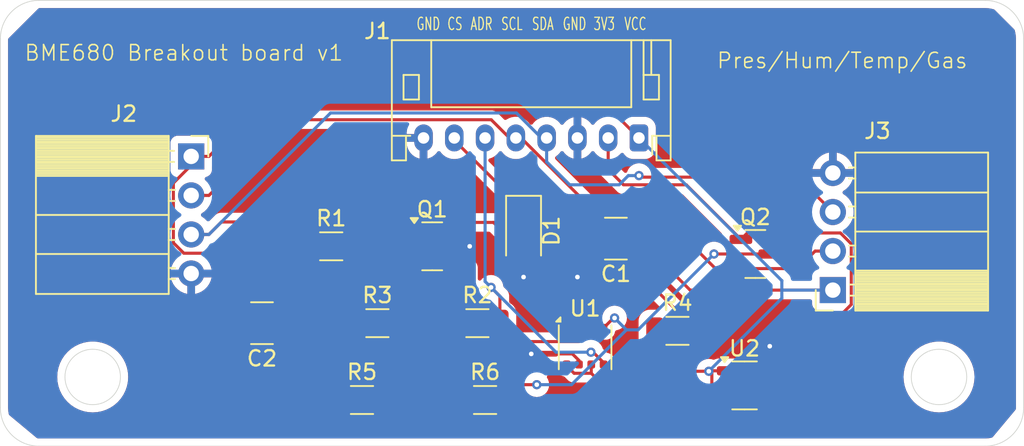
<source format=kicad_pcb>
(kicad_pcb (version 20240108) (generator "pcbnew") (generator_version "8.0")
  (layers (0 "F.Cu" signal) (31 "B.Cu" signal) (34 "B.Paste" user) (35 "F.Paste" user) (36 "B.SilkS" user "B.Silkscreen") (37 "F.SilkS" user "F.Silkscreen") (38 "B.Mask" user) (39 "F.Mask" user) (44 "Edge.Cuts" user))
  (net 0 "")
  (net 1 "VCC")
  (net 2 "GND")
  (net 3 "+3.3V")
  (net 4 "/CS")
  (net 5 "/CS_3V")
  (net 6 "/SCK{slash}SCL")
  (net 7 "/SDI{slash}SDA")
  (net 8 "/SDO{slash}ADR")
  (net 9 "/SDA_3V")
  (net 10 "/SCL_3V")
  (footprint "Package_TO_SOT_SMD:SOT-23" (layer "F.Cu") (at 153.0625 67)
    (property "Reference" "Q2" (at 0 -2.4 0) (layer "F.SilkS"))
    (property "Value" "2N7002")
    (fp_line (start 0 -1.56) (end -0.65 -1.56) (stroke (width 0.12)) (layer "F.SilkS"))
    (fp_line (start 0 -1.56) (end 0.65 -1.56) (stroke (width 0.12)) (layer "F.SilkS"))
    (fp_line (start 0 1.56) (end -0.65 1.56) (stroke (width 0.12)) (layer "F.SilkS"))
    (fp_line (start 0 1.56) (end 0.65 1.56) (stroke (width 0.12)) (layer "F.SilkS"))
    (fp_poly (pts (xy -1.1625 -1.51) (xy -1.4025 -1.84) (xy -0.9225 -1.84) (xy -1.1625 -1.51)) (stroke (width 0.12)) (fill solid) (layer "F.SilkS"))
    (pad "1" smd roundrect (at -0.9375 -0.95) (size 1.475 0.6) (layers "F.Cu" "F.Paste" "F.Mask") (net 3 "+3.3V"))
    (pad "2" smd roundrect (at -0.9375 0.95) (size 1.475 0.6) (layers "F.Cu" "F.Paste" "F.Mask") (net 6 "/SCK{slash}SCL"))
    (pad "3" smd roundrect (at 0.9375 0) (size 1.475 0.6) (layers "F.Cu" "F.Paste" "F.Mask") (net 10 "/SCL_3V"))
  )
  (footprint "Resistor_SMD:R_1206_3216Metric" (layer "F.Cu") (at 127.5 76.5)
    (property "Reference" "R5" (at 0 -1.82 0) (layer "F.SilkS"))
    (property "Value" "10K")
    (fp_line (start -0.727064 -0.91) (end 0.727064 -0.91) (stroke (width 0.12)) (layer "F.SilkS"))
    (fp_line (start -0.727064 0.91) (end 0.727064 0.91) (stroke (width 0.12)) (layer "F.SilkS"))
    (pad "1" smd roundrect (at -1.4625 0) (size 1.125 1.75) (layers "F.Cu" "F.Paste" "F.Mask") (roundrect_rratio 0.222222) (net 3 "+3.3V"))
    (pad "2" smd roundrect (at 1.4625 0) (size 1.125 1.75) (layers "F.Cu" "F.Paste" "F.Mask") (roundrect_rratio 0.222222) (net 9 "/SDA_3V"))
  )
  (footprint "Resistor_SMD:R_1206_3216Metric" (layer "F.Cu") (at 135 71.5)
    (property "Reference" "R2" (at 0 -1.82 0) (layer "F.SilkS"))
    (property "Value" "10K")
    (fp_line (start -0.727064 -0.91) (end 0.727064 -0.91) (stroke (width 0.12)) (layer "F.SilkS"))
    (fp_line (start -0.727064 0.91) (end 0.727064 0.91) (stroke (width 0.12)) (layer "F.SilkS"))
    (pad "1" smd roundrect (at -1.4625 0) (size 1.125 1.75) (layers "F.Cu" "F.Paste" "F.Mask") (roundrect_rratio 0.222222) (net 3 "+3.3V"))
    (pad "2" smd roundrect (at 1.4625 0) (size 1.125 1.75) (layers "F.Cu" "F.Paste" "F.Mask") (roundrect_rratio 0.222222) (net 8 "/SDO{slash}ADR"))
  )
  (footprint "Package_TO_SOT_SMD:SOT-23" (layer "F.Cu") (at 132.0625 66.5)
    (property "Reference" "Q1" (at 0 -2.4 0) (layer "F.SilkS"))
    (property "Value" "2N7002")
    (fp_line (start 0 -1.56) (end -0.65 -1.56) (stroke (width 0.12)) (layer "F.SilkS"))
    (fp_line (start 0 -1.56) (end 0.65 -1.56) (stroke (width 0.12)) (layer "F.SilkS"))
    (fp_line (start 0 1.56) (end -0.65 1.56) (stroke (width 0.12)) (layer "F.SilkS"))
    (fp_line (start 0 1.56) (end 0.65 1.56) (stroke (width 0.12)) (layer "F.SilkS"))
    (fp_poly (pts (xy -1.1625 -1.51) (xy -1.4025 -1.84) (xy -0.9225 -1.84) (xy -1.1625 -1.51)) (stroke (width 0.12)) (fill solid) (layer "F.SilkS"))
    (pad "1" smd roundrect (at -0.9375 -0.95) (size 1.475 0.6) (layers "F.Cu" "F.Paste" "F.Mask") (net 3 "+3.3V"))
    (pad "2" smd roundrect (at -0.9375 0.95) (size 1.475 0.6) (layers "F.Cu" "F.Paste" "F.Mask") (net 7 "/SDI{slash}SDA"))
    (pad "3" smd roundrect (at 0.9375 0) (size 1.475 0.6) (layers "F.Cu" "F.Paste" "F.Mask") (net 9 "/SDA_3V"))
  )
  (footprint "Resistor_SMD:R_1206_3216Metric" (layer "F.Cu") (at 135.5 76.5)
    (property "Reference" "R6" (at 0 -1.82 0) (layer "F.SilkS"))
    (property "Value" "10K")
    (fp_line (start -0.727064 -0.91) (end 0.727064 -0.91) (stroke (width 0.12)) (layer "F.SilkS"))
    (fp_line (start -0.727064 0.91) (end 0.727064 0.91) (stroke (width 0.12)) (layer "F.SilkS"))
    (pad "1" smd roundrect (at -1.4625 0) (size 1.125 1.75) (layers "F.Cu" "F.Paste" "F.Mask") (roundrect_rratio 0.222222) (net 3 "+3.3V"))
    (pad "2" smd roundrect (at 1.4625 0) (size 1.125 1.75) (layers "F.Cu" "F.Paste" "F.Mask") (roundrect_rratio 0.222222) (net 10 "/SCL_3V"))
  )
  (footprint "Connector_PinSocket_2.54mm:PinSocket_1x04_P2.54mm_Horizontal" (layer "F.Cu") (at 116.4 60.65)
    (property "Reference" "J2" (at -4.38 -2.77 0) (layer "F.SilkS"))
    (property "Value" "Conn_01x04_Pin")
    (fp_line (start -10.09 -1.33) (end -10.09 8.95) (stroke (width 0.12)) (layer "F.SilkS"))
    (fp_line (start -10.09 -1.33) (end -1.46 -1.33) (stroke (width 0.12)) (layer "F.SilkS"))
    (fp_line (start -10.09 -1.21) (end -1.46 -1.21) (stroke (width 0.12)) (layer "F.SilkS"))
    (fp_line (start -10.09 -1.091905) (end -1.46 -1.091905) (stroke (width 0.12)) (layer "F.SilkS"))
    (fp_line (start -10.09 -0.97381) (end -1.46 -0.97381) (stroke (width 0.12)) (layer "F.SilkS"))
    (fp_line (start -10.09 -0.855715) (end -1.46 -0.855715) (stroke (width 0.12)) (layer "F.SilkS"))
    (fp_line (start -10.09 -0.73762) (end -1.46 -0.73762) (stroke (width 0.12)) (layer "F.SilkS"))
    (fp_line (start -10.09 -0.619525) (end -1.46 -0.619525) (stroke (width 0.12)) (layer "F.SilkS"))
    (fp_line (start -10.09 -0.50143) (end -1.46 -0.50143) (stroke (width 0.12)) (layer "F.SilkS"))
    (fp_line (start -10.09 -0.383335) (end -1.46 -0.383335) (stroke (width 0.12)) (layer "F.SilkS"))
    (fp_line (start -10.09 -0.26524) (end -1.46 -0.26524) (stroke (width 0.12)) (layer "F.SilkS"))
    (fp_line (start -10.09 -0.147145) (end -1.46 -0.147145) (stroke (width 0.12)) (layer "F.SilkS"))
    (fp_line (start -10.09 -0.02905) (end -1.46 -0.02905) (stroke (width 0.12)) (layer "F.SilkS"))
    (fp_line (start -10.09 0.089045) (end -1.46 0.089045) (stroke (width 0.12)) (layer "F.SilkS"))
    (fp_line (start -10.09 0.20714) (end -1.46 0.20714) (stroke (width 0.12)) (layer "F.SilkS"))
    (fp_line (start -10.09 0.325235) (end -1.46 0.325235) (stroke (width 0.12)) (layer "F.SilkS"))
    (fp_line (start -10.09 0.44333) (end -1.46 0.44333) (stroke (width 0.12)) (layer "F.SilkS"))
    (fp_line (start -10.09 0.561425) (end -1.46 0.561425) (stroke (width 0.12)) (layer "F.SilkS"))
    (fp_line (start -10.09 0.67952) (end -1.46 0.67952) (stroke (width 0.12)) (layer "F.SilkS"))
    (fp_line (start -10.09 0.797615) (end -1.46 0.797615) (stroke (width 0.12)) (layer "F.SilkS"))
    (fp_line (start -10.09 0.91571) (end -1.46 0.91571) (stroke (width 0.12)) (layer "F.SilkS"))
    (fp_line (start -10.09 1.033805) (end -1.46 1.033805) (stroke (width 0.12)) (layer "F.SilkS"))
    (fp_line (start -10.09 1.1519) (end -1.46 1.1519) (stroke (width 0.12)) (layer "F.SilkS"))
    (fp_line (start -10.09 1.27) (end -1.46 1.27) (stroke (width 0.12)) (layer "F.SilkS"))
    (fp_line (start -10.09 3.81) (end -1.46 3.81) (stroke (width 0.12)) (layer "F.SilkS"))
    (fp_line (start -10.09 6.35) (end -1.46 6.35) (stroke (width 0.12)) (layer "F.SilkS"))
    (fp_line (start -10.09 8.95) (end -1.46 8.95) (stroke (width 0.12)) (layer "F.SilkS"))
    (fp_line (start -1.46 -1.33) (end -1.46 8.95) (stroke (width 0.12)) (layer "F.SilkS"))
    (fp_line (start -1.46 -0.36) (end -1.11 -0.36) (stroke (width 0.12)) (layer "F.SilkS"))
    (fp_line (start -1.46 0.36) (end -1.11 0.36) (stroke (width 0.12)) (layer "F.SilkS"))
    (fp_line (start -1.46 2.18) (end -1.05 2.18) (stroke (width 0.12)) (layer "F.SilkS"))
    (fp_line (start -1.46 2.9) (end -1.05 2.9) (stroke (width 0.12)) (layer "F.SilkS"))
    (fp_line (start -1.46 4.72) (end -1.05 4.72) (stroke (width 0.12)) (layer "F.SilkS"))
    (fp_line (start -1.46 5.44) (end -1.05 5.44) (stroke (width 0.12)) (layer "F.SilkS"))
    (fp_line (start -1.46 7.26) (end -1.05 7.26) (stroke (width 0.12)) (layer "F.SilkS"))
    (fp_line (start -1.46 7.98) (end -1.05 7.98) (stroke (width 0.12)) (layer "F.SilkS"))
    (fp_line (start 0 -1.33) (end 1.11 -1.33) (stroke (width 0.12)) (layer "F.SilkS"))
    (fp_line (start 1.11 -1.33) (end 1.11 0) (stroke (width 0.12)) (layer "F.SilkS"))
    (pad "1" thru_hole rect (at 0 0) (size 1.7 1.7) (drill 1) (layers "*.Cu" "*.Mask") (net 1 "VCC"))
    (pad "2" thru_hole oval (at 0 2.54) (size 1.7 1.7) (drill 1) (layers "*.Cu" "*.Mask") (net 6 "/SCK{slash}SCL"))
    (pad "3" thru_hole oval (at 0 5.08) (size 1.7 1.7) (drill 1) (layers "*.Cu" "*.Mask") (net 7 "/SDI{slash}SDA"))
    (pad "4" thru_hole oval (at 0 7.62) (size 1.7 1.7) (drill 1) (layers "*.Cu" "*.Mask") (net 2 "GND"))
  )
  (footprint "Resistor_SMD:R_1206_3216Metric" (layer "F.Cu") (at 148 72)
    (property "Reference" "R4" (at 0 -1.82 0) (layer "F.SilkS"))
    (property "Value" "10K")
    (fp_line (start -0.727064 -0.91) (end 0.727064 -0.91) (stroke (width 0.12)) (layer "F.SilkS"))
    (fp_line (start -0.727064 0.91) (end 0.727064 0.91) (stroke (width 0.12)) (layer "F.SilkS"))
    (pad "1" smd roundrect (at -1.4625 0) (size 1.125 1.75) (layers "F.Cu" "F.Paste" "F.Mask") (roundrect_rratio 0.222222) (net 1 "VCC"))
    (pad "2" smd roundrect (at 1.4625 0) (size 1.125 1.75) (layers "F.Cu" "F.Paste" "F.Mask") (roundrect_rratio 0.222222) (net 6 "/SCK{slash}SCL"))
  )
  (footprint "Connector_JST:JST_PH_S8B-PH-K_1x08_P2.00mm_Horizontal" (layer "F.Cu") (at 145.5 59.45 180)
    (property "Reference" "J1" (at 17 6.95 0) (layer "F.SilkS"))
    (property "Value" "Conn_01x08_Pin")
    (fp_line (start 16.06 6.36) (end 16.06 -1.46) (stroke (width 0.12)) (layer "F.SilkS"))
    (fp_line (start 16.06 0.14) (end 15.14 0.14) (stroke (width 0.12)) (layer "F.SilkS"))
    (fp_line (start 16.06 -1.46) (end 15.14 -1.46) (stroke (width 0.12)) (layer "F.SilkS"))
    (fp_line (start 15.3 4.1) (end 14.3 4.1) (stroke (width 0.12)) (layer "F.SilkS"))
    (fp_line (start 15.3 2.5) (end 15.3 4.1) (stroke (width 0.12)) (layer "F.SilkS"))
    (fp_line (start 15.14 0.14) (end 14.86 0.14) (stroke (width 0.12)) (layer "F.SilkS"))
    (fp_line (start 15.14 -1.46) (end 15.14 0.14) (stroke (width 0.12)) (layer "F.SilkS"))
    (fp_line (start 14.3 4.1) (end 14.3 2.5) (stroke (width 0.12)) (layer "F.SilkS"))
    (fp_line (start 14.3 2.5) (end 15.3 2.5) (stroke (width 0.12)) (layer "F.SilkS"))
    (fp_line (start 13.5 2) (end 13.5 6.36) (stroke (width 0.12)) (layer "F.SilkS"))
    (fp_line (start 0.5 6.36) (end 0.5 2) (stroke (width 0.12)) (layer "F.SilkS"))
    (fp_line (start 0.5 2) (end 13.5 2) (stroke (width 0.12)) (layer "F.SilkS"))
    (fp_line (start -0.3 4.1) (end -0.3 6.36) (stroke (width 0.12)) (layer "F.SilkS"))
    (fp_line (start -0.3 4.1) (end -0.3 2.5) (stroke (width 0.12)) (layer "F.SilkS"))
    (fp_line (start -0.3 2.5) (end -1.3 2.5) (stroke (width 0.12)) (layer "F.SilkS"))
    (fp_line (start -0.8 4.1) (end -0.8 6.36) (stroke (width 0.12)) (layer "F.SilkS"))
    (fp_line (start -0.86 0.14) (end -0.86 -1.075) (stroke (width 0.12)) (layer "F.SilkS"))
    (fp_line (start -0.86 0.14) (end -1.14 0.14) (stroke (width 0.12)) (layer "F.SilkS"))
    (fp_line (start -1.14 0.14) (end -1.14 -1.46) (stroke (width 0.12)) (layer "F.SilkS"))
    (fp_line (start -1.14 -1.46) (end -2.06 -1.46) (stroke (width 0.12)) (layer "F.SilkS"))
    (fp_line (start -1.3 4.1) (end -0.3 4.1) (stroke (width 0.12)) (layer "F.SilkS"))
    (fp_line (start -1.3 2.5) (end -1.3 4.1) (stroke (width 0.12)) (layer "F.SilkS"))
    (fp_line (start -2.06 6.36) (end 16.06 6.36) (stroke (width 0.12)) (layer "F.SilkS"))
    (fp_line (start -2.06 0.14) (end -1.14 0.14) (stroke (width 0.12)) (layer "F.SilkS"))
    (fp_line (start -2.06 -1.46) (end -2.06 6.36) (stroke (width 0.12)) (layer "F.SilkS"))
    (pad "1" thru_hole roundrect (at 0 0 180) (size 1.2 1.75) (drill 0.75) (layers "*.Cu" "*.Mask") (roundrect_rratio 0.208333) (net 1 "VCC"))
    (pad "2" thru_hole oval (at 2 0 180) (size 1.2 1.75) (drill 0.75) (layers "*.Cu" "*.Mask") (net 3 "+3.3V"))
    (pad "3" thru_hole oval (at 4 0 180) (size 1.2 1.75) (drill 0.75) (layers "*.Cu" "*.Mask") (net 2 "GND"))
    (pad "4" thru_hole oval (at 6 0 180) (size 1.2 1.75) (drill 0.75) (layers "*.Cu" "*.Mask") (net 7 "/SDI{slash}SDA"))
    (pad "5" thru_hole oval (at 8 0 180) (size 1.2 1.75) (drill 0.75) (layers "*.Cu" "*.Mask") (net 6 "/SCK{slash}SCL"))
    (pad "6" thru_hole oval (at 10 0 180) (size 1.2 1.75) (drill 0.75) (layers "*.Cu" "*.Mask") (net 8 "/SDO{slash}ADR"))
    (pad "7" thru_hole oval (at 12 0 180) (size 1.2 1.75) (drill 0.75) (layers "*.Cu" "*.Mask") (net 4 "/CS"))
    (pad "8" thru_hole oval (at 14 0 180) (size 1.2 1.75) (drill 0.75) (layers "*.Cu" "*.Mask") (net 2 "GND"))
  )
  (footprint "Capacitor_SMD:C_1210_3225Metric" (layer "F.Cu") (at 121 71.5 180)
    (property "Reference" "C2" (at 0 -2.3 0) (layer "F.SilkS"))
    (property "Value" "10u")
    (fp_line (start -0.711252 1.36) (end 0.711252 1.36) (stroke (width 0.12)) (layer "F.SilkS"))
    (fp_line (start -0.711252 -1.36) (end 0.711252 -1.36) (stroke (width 0.12)) (layer "F.SilkS"))
    (pad "1" smd roundrect (at -1.475 0 180) (size 1.15 2.7) (layers "F.Cu" "F.Paste" "F.Mask") (roundrect_rratio 0.217391) (net 3 "+3.3V"))
    (pad "2" smd roundrect (at 1.475 0 180) (size 1.15 2.7) (layers "F.Cu" "F.Paste" "F.Mask") (roundrect_rratio 0.217391) (net 2 "GND"))
  )
  (footprint "Resistor_SMD:R_1206_3216Metric" (layer "F.Cu") (at 128.5 71.5)
    (property "Reference" "R3" (at 0 -1.82 0) (layer "F.SilkS"))
    (property "Value" "10K")
    (fp_line (start -0.727064 -0.91) (end 0.727064 -0.91) (stroke (width 0.12)) (layer "F.SilkS"))
    (fp_line (start -0.727064 0.91) (end 0.727064 0.91) (stroke (width 0.12)) (layer "F.SilkS"))
    (pad "1" smd roundrect (at -1.4625 0) (size 1.125 1.75) (layers "F.Cu" "F.Paste" "F.Mask") (roundrect_rratio 0.222222) (net 1 "VCC"))
    (pad "2" smd roundrect (at 1.4625 0) (size 1.125 1.75) (layers "F.Cu" "F.Paste" "F.Mask") (roundrect_rratio 0.222222) (net 7 "/SDI{slash}SDA"))
  )
  (footprint "Resistor_SMD:R_1206_3216Metric" (layer "F.Cu") (at 125.5 66.5)
    (property "Reference" "R1" (at 0 -1.82 0) (layer "F.SilkS"))
    (property "Value" "10K")
    (fp_line (start -0.727064 -0.91) (end 0.727064 -0.91) (stroke (width 0.12)) (layer "F.SilkS"))
    (fp_line (start -0.727064 0.91) (end 0.727064 0.91) (stroke (width 0.12)) (layer "F.SilkS"))
    (pad "1" smd roundrect (at -1.4625 0) (size 1.125 1.75) (layers "F.Cu" "F.Paste" "F.Mask") (roundrect_rratio 0.222222) (net 3 "+3.3V"))
    (pad "2" smd roundrect (at 1.4625 0) (size 1.125 1.75) (layers "F.Cu" "F.Paste" "F.Mask") (roundrect_rratio 0.222222) (net 5 "/CS_3V"))
  )
  (footprint "Capacitor_SMD:C_1210_3225Metric" (layer "F.Cu") (at 144 66 180)
    (property "Reference" "C1" (at 0 -2.3 0) (layer "F.SilkS"))
    (property "Value" "10u")
    (fp_line (start -0.711252 1.36) (end 0.711252 1.36) (stroke (width 0.12)) (layer "F.SilkS"))
    (fp_line (start -0.711252 -1.36) (end 0.711252 -1.36) (stroke (width 0.12)) (layer "F.SilkS"))
    (pad "1" smd roundrect (at -1.475 0 180) (size 1.15 2.7) (layers "F.Cu" "F.Paste" "F.Mask") (roundrect_rratio 0.217391) (net 1 "VCC"))
    (pad "2" smd roundrect (at 1.475 0 180) (size 1.15 2.7) (layers "F.Cu" "F.Paste" "F.Mask") (roundrect_rratio 0.217391) (net 2 "GND"))
  )
  (footprint "Package_LGA:Bosch_LGA-8_3x3mm_P0.8mm_ClockwisePinNumbering" (layer "F.Cu") (at 142 73)
    (property "Reference" "U1" (at 0 -2.45 0) (layer "F.SilkS"))
    (property "Value" "BME680")
    (fp_line (start -1.71 -1.36) (end -1.71 1.5) (stroke (width 0.12)) (layer "F.SilkS"))
    (fp_line (start 1.71 -1.36) (end 1.71 1.5) (stroke (width 0.12)) (layer "F.SilkS"))
    (fp_poly (pts (xy -1.6 -1.6) (xy -1.88 -1.6) (xy -1.6 -1.88) (xy -1.6 -1.6)) (stroke (width 0.12)) (fill solid) (layer "F.SilkS"))
    (pad "1" smd roundrect (at -1.2 -1.1875) (size 0.5 0.525) (layers "F.Cu" "F.Paste" "F.Mask") (net 2 "GND"))
    (pad "2" smd roundrect (at -0.4 -1.1875) (size 0.5 0.525) (layers "F.Cu" "F.Paste" "F.Mask") (net 5 "/CS_3V"))
    (pad "3" smd roundrect (at 0.4 -1.1875) (size 0.5 0.525) (layers "F.Cu" "F.Paste" "F.Mask") (net 9 "/SDA_3V"))
    (pad "4" smd roundrect (at 1.2 -1.1875) (size 0.5 0.525) (layers "F.Cu" "F.Paste" "F.Mask") (net 10 "/SCL_3V"))
    (pad "5" smd roundrect (at 1.2 1.1875) (size 0.5 0.525) (layers "F.Cu" "F.Paste" "F.Mask") (net 8 "/SDO{slash}ADR"))
    (pad "6" smd roundrect (at 0.4 1.1875) (size 0.5 0.525) (layers "F.Cu" "F.Paste" "F.Mask") (net 3 "+3.3V"))
    (pad "7" smd roundrect (at -0.4 1.1875) (size 0.5 0.525) (layers "F.Cu" "F.Paste" "F.Mask") (net 2 "GND"))
    (pad "8" smd roundrect (at -1.2 1.1875) (size 0.5 0.525) (layers "F.Cu" "F.Paste" "F.Mask") (net 3 "+3.3V"))
  )
  (footprint "Package_TO_SOT_SMD:SOT-23-5" (layer "F.Cu") (at 152.3625 75.55)
    (property "Reference" "U2" (at 0 -2.4 0) (layer "F.SilkS"))
    (property "Value" "MIC5219-3.3YM5")
    (fp_line (start 0 -1.56) (end -0.8 -1.56) (stroke (width 0.12)) (layer "F.SilkS"))
    (fp_line (start 0 -1.56) (end 0.8 -1.56) (stroke (width 0.12)) (layer "F.SilkS"))
    (fp_line (start 0 1.56) (end -0.8 1.56) (stroke (width 0.12)) (layer "F.SilkS"))
    (fp_line (start 0 1.56) (end 0.8 1.56) (stroke (width 0.12)) (layer "F.SilkS"))
    (fp_poly (pts (xy -1.3 -1.51) (xy -1.54 -1.84) (xy -1.06 -1.84) (xy -1.3 -1.51)) (stroke (width 0.12)) (fill solid) (layer "F.SilkS"))
    (pad "1" smd roundrect (at -1.1375 -0.95) (size 1.325 0.6) (layers "F.Cu" "F.Paste" "F.Mask") (net 1 "VCC"))
    (pad "2" smd roundrect (at -1.1375 0) (size 1.325 0.6) (layers "F.Cu" "F.Paste" "F.Mask") (net 2 "GND"))
    (pad "3" smd roundrect (at -1.1375 0.95) (size 1.325 0.6) (layers "F.Cu" "F.Paste" "F.Mask") (net 1 "VCC"))
    (pad "4" smd roundrect (at 1.1375 0.95) (size 1.325 0.6) (layers "F.Cu" "F.Paste" "F.Mask"))
    (pad "5" smd roundrect (at 1.1375 -0.95) (size 1.325 0.6) (layers "F.Cu" "F.Paste" "F.Mask") (net 3 "+3.3V"))
  )
  (footprint "Connector_PinSocket_2.54mm:PinSocket_1x04_P2.54mm_Horizontal" (layer "F.Cu") (at 158.1 69.35 180)
    (property "Reference" "J3" (at -2.9 10.35 0) (layer "F.SilkS"))
    (property "Value" "Conn_01x04_Socket")
    (fp_line (start 1.11 -1.33) (end 1.11 0) (stroke (width 0.12)) (layer "F.SilkS"))
    (fp_line (start 0 -1.33) (end 1.11 -1.33) (stroke (width 0.12)) (layer "F.SilkS"))
    (fp_line (start -1.46 7.98) (end -1.05 7.98) (stroke (width 0.12)) (layer "F.SilkS"))
    (fp_line (start -1.46 7.26) (end -1.05 7.26) (stroke (width 0.12)) (layer "F.SilkS"))
    (fp_line (start -1.46 5.44) (end -1.05 5.44) (stroke (width 0.12)) (layer "F.SilkS"))
    (fp_line (start -1.46 4.72) (end -1.05 4.72) (stroke (width 0.12)) (layer "F.SilkS"))
    (fp_line (start -1.46 2.9) (end -1.05 2.9) (stroke (width 0.12)) (layer "F.SilkS"))
    (fp_line (start -1.46 2.18) (end -1.05 2.18) (stroke (width 0.12)) (layer "F.SilkS"))
    (fp_line (start -1.46 0.36) (end -1.11 0.36) (stroke (width 0.12)) (layer "F.SilkS"))
    (fp_line (start -1.46 -0.36) (end -1.11 -0.36) (stroke (width 0.12)) (layer "F.SilkS"))
    (fp_line (start -1.46 -1.33) (end -1.46 8.95) (stroke (width 0.12)) (layer "F.SilkS"))
    (fp_line (start -10.09 8.95) (end -1.46 8.95) (stroke (width 0.12)) (layer "F.SilkS"))
    (fp_line (start -10.09 6.35) (end -1.46 6.35) (stroke (width 0.12)) (layer "F.SilkS"))
    (fp_line (start -10.09 3.81) (end -1.46 3.81) (stroke (width 0.12)) (layer "F.SilkS"))
    (fp_line (start -10.09 1.27) (end -1.46 1.27) (stroke (width 0.12)) (layer "F.SilkS"))
    (fp_line (start -10.09 1.1519) (end -1.46 1.1519) (stroke (width 0.12)) (layer "F.SilkS"))
    (fp_line (start -10.09 1.033805) (end -1.46 1.033805) (stroke (width 0.12)) (layer "F.SilkS"))
    (fp_line (start -10.09 0.91571) (end -1.46 0.91571) (stroke (width 0.12)) (layer "F.SilkS"))
    (fp_line (start -10.09 0.797615) (end -1.46 0.797615) (stroke (width 0.12)) (layer "F.SilkS"))
    (fp_line (start -10.09 0.67952) (end -1.46 0.67952) (stroke (width 0.12)) (layer "F.SilkS"))
    (fp_line (start -10.09 0.561425) (end -1.46 0.561425) (stroke (width 0.12)) (layer "F.SilkS"))
    (fp_line (start -10.09 0.44333) (end -1.46 0.44333) (stroke (width 0.12)) (layer "F.SilkS"))
    (fp_line (start -10.09 0.325235) (end -1.46 0.325235) (stroke (width 0.12)) (layer "F.SilkS"))
    (fp_line (start -10.09 0.20714) (end -1.46 0.20714) (stroke (width 0.12)) (layer "F.SilkS"))
    (fp_line (start -10.09 0.089045) (end -1.46 0.089045) (stroke (width 0.12)) (layer "F.SilkS"))
    (fp_line (start -10.09 -0.02905) (end -1.46 -0.02905) (stroke (width 0.12)) (layer "F.SilkS"))
    (fp_line (start -10.09 -0.147145) (end -1.46 -0.147145) (stroke (width 0.12)) (layer "F.SilkS"))
    (fp_line (start -10.09 -0.26524) (end -1.46 -0.26524) (stroke (width 0.12)) (layer "F.SilkS"))
    (fp_line (start -10.09 -0.383335) (end -1.46 -0.383335) (stroke (width 0.12)) (layer "F.SilkS"))
    (fp_line (start -10.09 -0.50143) (end -1.46 -0.50143) (stroke (width 0.12)) (layer "F.SilkS"))
    (fp_line (start -10.09 -0.619525) (end -1.46 -0.619525) (stroke (width 0.12)) (layer "F.SilkS"))
    (fp_line (start -10.09 -0.73762) (end -1.46 -0.73762) (stroke (width 0.12)) (layer "F.SilkS"))
    (fp_line (start -10.09 -0.855715) (end -1.46 -0.855715) (stroke (width 0.12)) (layer "F.SilkS"))
    (fp_line (start -10.09 -0.97381) (end -1.46 -0.97381) (stroke (width 0.12)) (layer "F.SilkS"))
    (fp_line (start -10.09 -1.091905) (end -1.46 -1.091905) (stroke (width 0.12)) (layer "F.SilkS"))
    (fp_line (start -10.09 -1.21) (end -1.46 -1.21) (stroke (width 0.12)) (layer "F.SilkS"))
    (fp_line (start -10.09 -1.33) (end -1.46 -1.33) (stroke (width 0.12)) (layer "F.SilkS"))
    (fp_line (start -10.09 -1.33) (end -10.09 8.95) (stroke (width 0.12)) (layer "F.SilkS"))
    (pad "1" thru_hole rect (at 0 0 180) (size 1.7 1.7) (drill 1) (layers "*.Cu" "*.Mask") (net 1 "VCC"))
    (pad "2" thru_hole oval (at 0 2.54 180) (size 1.7 1.7) (drill 1) (layers "*.Cu" "*.Mask") (net 6 "/SCK{slash}SCL"))
    (pad "3" thru_hole oval (at 0 5.08 180) (size 1.7 1.7) (drill 1) (layers "*.Cu" "*.Mask") (net 7 "/SDI{slash}SDA"))
    (pad "4" thru_hole oval (at 0 7.62 180) (size 1.7 1.7) (drill 1) (layers "*.Cu" "*.Mask") (net 2 "GND"))
  )
  (footprint "Diode_SMD:D_1206_3216Metric" (layer "F.Cu") (at 138 65.5 -90)
    (property "Reference" "D1" (at 0 -1.82 90) (layer "F.SilkS"))
    (property "Value" "IN4007")
    (fp_line (start -2.285 1.135) (end 1.6 1.135) (stroke (width 0.12)) (layer "F.SilkS"))
    (fp_line (start -2.285 -1.135) (end -2.285 1.135) (stroke (width 0.12)) (layer "F.SilkS"))
    (fp_line (start 1.6 -1.135) (end -2.285 -1.135) (stroke (width 0.12)) (layer "F.SilkS"))
    (pad "1" smd roundrect (at -1.4 0 270) (size 1.25 1.75) (layers "F.Cu" "F.Paste" "F.Mask") (roundrect_rratio 0.2) (net 4 "/CS"))
    (pad "2" smd roundrect (at 1.4 0 270) (size 1.25 1.75) (layers "F.Cu" "F.Paste" "F.Mask") (roundrect_rratio 0.2) (net 5 "/CS_3V"))
  )
  (gr_arc (start 168 50.5) (mid 169.767767 51.232233) (end 170.5 53) (stroke (width 0.05)) (layer "Edge.Cuts"))
  (gr_circle (center 110 75) (end 111.5 76) (stroke (width 0.05)) (fill none) (layer "Edge.Cuts"))
  (gr_line (start 104 77) (end 104 53) (stroke (width 0.05)) (layer "Edge.Cuts"))
  (gr_line (start 106.5 50.5) (end 168 50.5) (stroke (width 0.05)) (layer "Edge.Cuts"))
  (gr_arc (start 106.5 79.5) (mid 104.732233 78.767767) (end 104 77) (stroke (width 0.05)) (layer "Edge.Cuts"))
  (gr_arc (start 104 53) (mid 104.732233 51.232233) (end 106.5 50.5) (stroke (width 0.05)) (layer "Edge.Cuts"))
  (gr_line (start 170.5 53) (end 170.5 77) (stroke (width 0.05)) (layer "Edge.Cuts"))
  (gr_arc (start 170.5 77) (mid 169.767767 78.767767) (end 168 79.5) (stroke (width 0.05)) (layer "Edge.Cuts"))
  (gr_circle (center 165 75) (end 166.5 76) (stroke (width 0.05)) (fill none) (layer "Edge.Cuts"))
  (gr_line (start 168 79.5) (end 106.5 79.5) (stroke (width 0.05)) (layer "Edge.Cuts"))
  (gr_text "GND" (at 140.5 52.5 0) (layer "F.SilkS") (effects (font (size 0.8 0.5) (thickness 0.08)) (justify left bottom)))
  (gr_text "VCC" (at 144.5 52.5 0) (layer "F.SilkS") (effects (font (size 0.8 0.5) (thickness 0.08)) (justify left bottom)))
  (gr_text "SDA" (at 138.5 52.5 0) (layer "F.SilkS") (effects (font (size 0.8 0.5) (thickness 0.08)) (justify left bottom)))
  (gr_text "BME680 Breakout board v1" (at 105.5 54.5 0) (layer "F.SilkS") (effects (font (size 1 1) (thickness 0.1)) (justify left bottom)))
  (gr_text "CS" (at 133 52.5 0) (layer "F.SilkS") (effects (font (size 0.8 0.5) (thickness 0.08)) (justify left bottom)))
  (gr_text "SCL" (at 136.5 52.5 0) (layer "F.SilkS") (effects (font (size 0.8 0.5) (thickness 0.08)) (justify left bottom)))
  (gr_text "Pres/Hum/Temp/Gas" (at 150.5 55 0) (layer "F.SilkS") (effects (font (size 1 1) (thickness 0.1)) (justify left bottom)))
  (gr_text "ADR" (at 134.5 52.5 0) (layer "F.SilkS") (effects (font (size 0.8 0.5) (thickness 0.08)) (justify left bottom)))
  (gr_text "GND" (at 131 52.5 0) (layer "F.SilkS") (effects (font (size 0.8 0.5) (thickness 0.08)) (justify left bottom)))
  (gr_text "3V3" (at 142.5 52.5 0) (layer "F.SilkS") (effects (font (size 0.8 0.5) (thickness 0.08)) (justify left bottom)))
  (segment (start 151.225 74.6) (end 150.2668 74.6) (width 0.2) (layer "F.Cu") (net 1))
  (segment (start 121.6712 65.3192) (end 124.5943 65.3192) (width 0.2) (layer "F.Cu") (net 1))
  (segment (start 124.9027 69.3652) (end 127.0375 71.5) (width 0.2) (layer "F.Cu") (net 1))
  (segment (start 142.05 56) (end 122.2017 56) (width 0.2) (layer "F.Cu") (net 1))
  (segment (start 156.9483 69.35) (end 148.825 69.35) (width 0.2) (layer "F.Cu") (net 1))
  (segment (start 124.5943 65.3192) (end 124.9027 65.6276) (width 0.2) (layer "F.Cu") (net 1))
  (segment (start 150.2369 75.8759) (end 150.861 76.5) (width 0.2) (layer "F.Cu") (net 1))
  (segment (start 115.2421 62.3838) (end 115.2421 66.2711) (width 0.2) (layer "F.Cu") (net 1))
  (segment (start 116.4 60.65) (end 116.9759 60.65) (width 0.2) (layer "F.Cu") (net 1))
  (segment (start 148.825 69.35) (end 145.475 66) (width 0.2) (layer "F.Cu") (net 1))
  (segment (start 115.2421 66.2711) (end 115.9197 66.9487) (width 0.2) (layer "F.Cu") (net 1))
  (segment (start 150.0385 74.6299) (end 149.1674 74.6299) (width 0.2) (layer "F.Cu") (net 1))
  (segment (start 145.5 59.45) (end 142.05 56) (width 0.2) (layer "F.Cu") (net 1))
  (segment (start 124.9027 65.6276) (end 124.9027 69.3652) (width 0.2) (layer "F.Cu") (net 1))
  (segment (start 115.9197 66.9487) (end 120.0417 66.9487) (width 0.2) (layer "F.Cu") (net 1))
  (segment (start 120.0417 66.9487) (end 121.6712 65.3192) (width 0.2) (layer "F.Cu") (net 1))
  (segment (start 150.861 76.5) (end 151.225 76.5) (width 0.2) (layer "F.Cu") (net 1))
  (segment (start 149.1674 74.6299) (end 146.5375 72) (width 0.2) (layer "F.Cu") (net 1))
  (segment (start 150.2369 74.6299) (end 150.0385 74.6299) (width 0.2) (layer "F.Cu") (net 1))
  (segment (start 116.9759 60.65) (end 115.2421 62.3838) (width 0.2) (layer "F.Cu") (net 1))
  (segment (start 122.2017 56) (end 117.5517 60.65) (width 0.2) (layer "F.Cu") (net 1))
  (segment (start 150.2668 74.6) (end 150.2369 74.6299) (width 0.2) (layer "F.Cu") (net 1))
  (segment (start 117.5517 60.65) (end 116.9759 60.65) (width 0.2) (layer "F.Cu") (net 1))
  (segment (start 158.1 69.35) (end 156.9483 69.35) (width 0.2) (layer "F.Cu") (net 1))
  (segment (start 150.2369 74.6299) (end 150.2369 75.8759) (width 0.2) (layer "F.Cu") (net 1))
  (via (at 150.0385 74.6299) (size 0.6) (drill 0.3) (layers "F.Cu" "B.Cu") (net 1))
  (segment (start 154.7851 68.735) (end 154.7851 69.35) (width 0.2) (layer "B.Cu") (net 1))
  (segment (start 154.7851 69.35) (end 154.7851 69.8833) (width 0.2) (layer "B.Cu") (net 1))
  (segment (start 154.7851 69.8833) (end 150.0385 74.6299) (width 0.2) (layer "B.Cu") (net 1))
  (segment (start 154.785 68.735) (end 154.7851 68.735) (width 0.2) (layer "B.Cu") (net 1))
  (segment (start 154.7851 69.35) (end 158.1 69.35) (width 0.2) (layer "B.Cu") (net 1))
  (segment (start 145.5 59.45) (end 154.785 68.735) (width 0.2) (layer "B.Cu") (net 1))
  (segment (start 151.887499 75.55) (end 152.5 74.937499) (width 0.2) (layer "F.Cu") (net 2))
  (segment (start 141.6 73.925001) (end 141.174999 73.5) (width 0.2) (layer "F.Cu") (net 2))
  (segment (start 151.225 75.55) (end 151.887499 75.55) (width 0.2) (layer "F.Cu") (net 2))
  (segment (start 153.796948 73) (end 154 73) (width 0.2) (layer "F.Cu") (net 2))
  (segment (start 141.6 74.1875) (end 141.6 73.925001) (width 0.2) (layer "F.Cu") (net 2))
  (segment (start 152.5 74.937499) (end 152.5 74.296948) (width 0.2) (layer "F.Cu") (net 2))
  (segment (start 141.174999 73.5) (end 138.5 73.5) (width 0.2) (layer "F.Cu") (net 2))
  (segment (start 152.5 74.296948) (end 153.796948 73) (width 0.2) (layer "F.Cu") (net 2))
  (via (at 154 73) (size 0.6) (drill 0.3) (layers "F.Cu" "B.Cu") (net 2))
  (via (at 134.5 66.5) (size 0.6) (drill 0.3) (layers "F.Cu" "B.Cu") (net 2))
  (via (at 138.5 73.5) (size 0.6) (drill 0.3) (layers "F.Cu" "B.Cu") (net 2))
  (via (at 141.5 68.5) (size 0.6) (drill 0.3) (layers "F.Cu" "B.Cu") (net 2))
  (via (at 138 68.5) (size 0.6) (drill 0.3) (layers "F.Cu" "B.Cu") (net 2))
  (segment (start 138 68.5) (end 141.5 68.5) (width 0.2) (layer "B.Cu") (net 2))
  (segment (start 126.0421 76.4954) (end 126.919856 76.4954) (width 0.2) (layer "F.Cu") (net 3))
  (segment (start 152.125 66.05) (end 148.575 62.5) (width 0.2) (layer "F.Cu") (net 3))
  (segment (start 144.7696 77.1302) (end 151.897 77.1302) (width 0.2) (layer "F.Cu") (net 3))
  (segment (start 126.919856 76.4954) (end 129.415256 74) (width 0.2) (layer "F.Cu") (net 3))
  (segment (start 153.5 74.6) (end 154.9864 74.6) (width 0.2) (layer "F.Cu") (net 3))
  (segment (start 126.0375 76.5) (end 126.0375 75.0625) (width 0.2) (layer "F.Cu") (net 3))
  (segment (start 126.0375 76.5) (end 126.0421 76.4954) (width 0.2) (layer "F.Cu") (net 3))
  (segment (start 131.125 65.55) (end 131.125 66.0624) (width 0.2) (layer "F.Cu") (net 3))
  (segment (start 131.125 66.0624) (end 132.1654 67.1028) (width 0.2) (layer "F.Cu") (net 3))
  (segment (start 159.2977 70.2887) (end 159.2977 66.3376) (width 0.2) (layer "F.Cu") (net 3))
  (segment (start 128.3756 77.701) (end 132.8365 77.701) (width 0.2) (layer "F.Cu") (net 3))
  (segment (start 133.396814 71.5) (end 133.5375 71.5) (width 0.2) (layer "F.Cu") (net 3))
  (segment (start 152.5423 65.6327) (end 152.125 66.05) (width 0.2) (layer "F.Cu") (net 3))
  (segment (start 132.1654 70.1279) (end 133.5375 71.5) (width 0.2) (layer "F.Cu") (net 3))
  (segment (start 127.1654 76.5) (end 127.17 76.4954) (width 0.2) (layer "F.Cu") (net 3))
  (segment (start 152.2209 75.8791) (end 153.5 74.6) (width 0.2) (layer "F.Cu") (net 3))
  (segment (start 144.5 62.5) (end 143.5 61.5) (width 0.2) (layer "F.Cu") (net 3))
  (segment (start 141.285 74.7606) (end 142.4 74.7606) (width 0.2) (layer "F.Cu") (net 3))
  (segment (start 127.17 76.4954) (end 128.3756 77.701) (width 0.2) (layer "F.Cu") (net 3))
  (segment (start 140.8 74.2756) (end 141.285 74.7606) (width 0.2) (layer "F.Cu") (net 3))
  (segment (start 132.8365 77.701) (end 134.0375 76.5) (width 0.2) (layer "F.Cu") (net 3))
  (segment (start 129.415256 74) (end 130.896814 74) (width 0.2) (layer "F.Cu") (net 3))
  (segment (start 158.5928 65.6327) (end 152.5423 65.6327) (width 0.2) (layer "F.Cu") (net 3))
  (segment (start 136.2619 74.2756) (end 140.8 74.2756) (width 0.2) (layer "F.Cu") (net 3))
  (segment (start 143.5 61.5) (end 143.5 59.45) (width 0.2) (layer "F.Cu") (net 3))
  (segment (start 152.2209 76.8063) (end 152.2209 75.8791) (width 0.2) (layer "F.Cu") (net 3))
  (segment (start 126.0375 75.0625) (end 122.475 71.5) (width 0.2) (layer "F.Cu") (net 3))
  (segment (start 124.0375 69.9375) (end 124.0375 66.5) (width 0.2) (layer "F.Cu") (net 3))
  (segment (start 134.0375 76.5) (end 136.2619 74.2756) (width 0.2) (layer "F.Cu") (net 3))
  (segment (start 142.4 74.7606) (end 142.4 74.1875) (width 0.2) (layer "F.Cu") (net 3))
  (segment (start 154.9864 74.6) (end 159.2977 70.2887) (width 0.2) (layer "F.Cu") (net 3))
  (segment (start 142.4 74.7606) (end 144.7696 77.1302) (width 0.2) (layer "F.Cu") (net 3))
  (segment (start 126.0375 76.5) (end 127.1654 76.5) (width 0.2) (layer "F.Cu") (net 3))
  (segment (start 122.475 71.5) (end 124.0375 69.9375) (width 0.2) (layer "F.Cu") (net 3))
  (segment (start 140.8 74.1875) (end 140.8 74.2756) (width 0.2) (layer "F.Cu") (net 3))
  (segment (start 151.897 77.1302) (end 152.2209 76.8063) (width 0.2) (layer "F.Cu") (net 3))
  (segment (start 132.1654 67.1028) (end 132.1654 70.1279) (width 0.2) (layer "F.Cu") (net 3))
  (segment (start 148.575 62.5) (end 144.5 62.5) (width 0.2) (layer "F.Cu") (net 3))
  (segment (start 159.2977 66.3376) (end 158.5928 65.6327) (width 0.2) (layer "F.Cu") (net 3))
  (segment (start 130.896814 74) (end 133.396814 71.5) (width 0.2) (layer "F.Cu") (net 3))
  (segment (start 133.5 59.45) (end 133.5 59.6) (width 0.2) (layer "F.Cu") (net 4))
  (segment (start 133.5 59.6) (end 138 64.1) (width 0.2) (layer "F.Cu") (net 4))
  (segment (start 141.6 70.5) (end 138 66.9) (width 0.2) (layer "F.Cu") (net 5))
  (segment (start 141.6 71.8125) (end 141.6 70.5) (width 0.2) (layer "F.Cu") (net 5))
  (segment (start 136.0451 64.9451) (end 128.5174 64.9451) (width 0.2) (layer "F.Cu") (net 5))
  (segment (start 138 66.9) (end 136.0451 64.9451) (width 0.2) (layer "F.Cu") (net 5))
  (segment (start 128.5174 64.9451) (end 126.9625 66.5) (width 0.2) (layer "F.Cu") (net 5))
  (segment (start 142.6813 64.2932) (end 144.5745 64.2932) (width 0.2) (layer "F.Cu") (net 6))
  (segment (start 144.5745 67.3066) (end 149.2679 72) (width 0.2) (layer "F.Cu") (net 6))
  (segment (start 135.8994 58.2646) (end 137.0848 59.45) (width 0.2) (layer "F.Cu") (net 6))
  (segment (start 144.5745 64.2932) (end 144.5745 67.3066) (width 0.2) (layer "F.Cu") (net 6))
  (segment (start 122.4771 58.2646) (end 135.8994 58.2646) (width 0.2) (layer "F.Cu") (net 6))
  (segment (start 144.5745 64.2932) (end 146.8148 64.2932) (width 0.2) (layer "F.Cu") (net 6))
  (segment (start 146.8148 64.2932) (end 150.4716 67.95) (width 0.2) (layer "F.Cu") (net 6))
  (segment (start 116.4 63.19) (end 117.5517 63.19) (width 0.2) (layer "F.Cu") (net 6))
  (segment (start 137.0848 59.45) (end 137.5 59.45) (width 0.2) (layer "F.Cu") (net 6))
  (segment (start 155.8083 67.95) (end 156.9483 66.81) (width 0.2) (layer "F.Cu") (net 6))
  (segment (start 158.1 66.81) (end 156.9483 66.81) (width 0.2) (layer "F.Cu") (net 6))
  (segment (start 137.8381 59.45) (end 142.6813 64.2932) (width 0.2) (layer "F.Cu") (net 6))
  (segment (start 150.4716 67.95) (end 152.125 67.95) (width 0.2) (layer "F.Cu") (net 6))
  (segment (start 152.125 67.95) (end 155.8083 67.95) (width 0.2) (layer "F.Cu") (net 6))
  (segment (start 117.5517 63.19) (end 122.4771 58.2646) (width 0.2) (layer "F.Cu") (net 6))
  (segment (start 149.2679 72) (end 149.4625 72) (width 0.2) (layer "F.Cu") (net 6))
  (segment (start 137.5 59.45) (end 137.8381 59.45) (width 0.2) (layer "F.Cu") (net 6))
  (segment (start 129.9625 67.7479) (end 129.9625 71.5) (width 0.2) (layer "F.Cu") (net 7))
  (segment (start 117.5517 65.73) (end 118.3655 64.9162) (width 0.2) (layer "F.Cu") (net 7))
  (segment (start 118.3655 64.9162) (end 124.7755 64.9162) (width 0.2) (layer "F.Cu") (net 7))
  (segment (start 145.5 61.9) (end 145.6 62) (width 0.2) (layer "F.Cu") (net 7))
  (segment (start 130.8271 67.7479) (end 131.125 67.45) (width 0.2) (layer "F.Cu") (net 7))
  (segment (start 129.9625 67.7479) (end 130.8271 67.7479) (width 0.2) (layer "F.Cu") (net 7))
  (segment (start 145.6 62) (end 155.83 62) (width 0.2) (layer "F.Cu") (net 7))
  (segment (start 124.7755 64.9162) (end 125.5593 65.7) (width 0.2) (layer "F.Cu") (net 7))
  (segment (start 125.5593 66.8245) (end 126.4827 67.7479) (width 0.2) (layer "F.Cu") (net 7))
  (segment (start 116.4 65.73) (end 117.5517 65.73) (width 0.2) (layer "F.Cu") (net 7))
  (segment (start 126.4827 67.7479) (end 129.9625 67.7479) (width 0.2) (layer "F.Cu") (net 7))
  (segment (start 155.83 62) (end 158.1 64.27) (width 0.2) (layer "F.Cu") (net 7))
  (segment (start 125.5593 65.7) (end 125.5593 66.8245) (width 0.2) (layer "F.Cu") (net 7))
  (via (at 145.5 61.9) (size 0.6) (drill 0.3) (layers "F.Cu" "B.Cu") (net 7))
  (segment (start 125.4572 57.8245) (end 117.5517 65.73) (width 0.2) (layer "B.Cu") (net 7))
  (segment (start 117.5517 65.73) (end 116.4 65.73) (width 0.2) (layer "B.Cu") (net 7))
  (segment (start 137.5364 57.8245) (end 125.4572 57.8245) (width 0.2) (layer "B.Cu") (net 7))
  (segment (start 141 62.5) (end 139.5 61) (width 0.2) (layer "B.Cu") (net 7))
  (segment (start 139.5 61) (end 139.5 59.45) (width 0.2) (layer "B.Cu") (net 7))
  (segment (start 139.1619 59.45) (end 137.5364 57.8245) (width 0.2) (layer "B.Cu") (net 7))
  (segment (start 144.809744 61.9) (end 144.209744 62.5) (width 0.2) (layer "B.Cu") (net 7))
  (segment (start 145.5 61.9) (end 144.809744 61.9) (width 0.2) (layer "B.Cu") (net 7))
  (segment (start 139.5 59.45) (end 139.1619 59.45) (width 0.2) (layer "B.Cu") (net 7))
  (segment (start 144.209744 62.5) (end 141 62.5) (width 0.2) (layer "B.Cu") (net 7))
  (segment (start 142.5191 73.3889) (end 143.2 74.0698) (width 0.2) (layer "F.Cu") (net 8))
  (segment (start 136.4625 69.7466) (end 136.4625 71.5) (width 0.2) (layer "F.Cu") (net 8))
  (segment (start 135.8879 69.172) (end 136.4625 69.7466) (width 0.2) (layer "F.Cu") (net 8))
  (segment (start 143.2 74.0698) (end 143.2 74.1875) (width 0.2) (layer "F.Cu") (net 8))
  (segment (start 142.3792 73.3889) (end 142.5191 73.3889) (width 0.2) (layer "F.Cu") (net 8))
  (via (at 135.8879 69.172) (size 0.6) (drill 0.3) (layers "F.Cu" "B.Cu") (net 8))
  (via (at 142.3792 73.3889) (size 0.6) (drill 0.3) (layers "F.Cu" "B.Cu") (net 8))
  (segment (start 135.5 68.7841) (end 135.8879 69.172) (width 0.2) (layer "B.Cu") (net 8))
  (segment (start 140.1048 73.3889) (end 142.3792 73.3889) (width 0.2) (layer "B.Cu") (net 8))
  (segment (start 135.8879 69.172) (end 140.1048 73.3889) (width 0.2) (layer "B.Cu") (net 8))
  (segment (start 135.5 59.45) (end 135.5 68.7841) (width 0.2) (layer "B.Cu") (net 8))
  (segment (start 132.7629 72.6996) (end 134.4248 72.6996) (width 0.2) (layer "F.Cu") (net 9))
  (segment (start 134.4248 72.6996) (end 134.4248 67.9248) (width 0.2) (layer "F.Cu") (net 9))
  (segment (start 134.4248 72.6996) (end 141.5854 72.6996) (width 0.2) (layer "F.Cu") (net 9))
  (segment (start 142.4 71.885) (end 142.4 71.8125) (width 0.2) (layer "F.Cu") (net 9))
  (segment (start 134.4248 67.9248) (end 133 66.5) (width 0.2) (layer "F.Cu") (net 9))
  (segment (start 141.5854 72.6996) (end 142.4 71.885) (width 0.2) (layer "F.Cu") (net 9))
  (segment (start 128.9625 76.5) (end 132.7629 72.6996) (width 0.2) (layer "F.Cu") (net 9))
  (segment (start 137.9597 75.5028) (end 136.9625 76.5) (width 0.2) (layer "F.Cu") (net 10))
  (segment (start 154 67) (end 150.376 67) (width 0.2) (layer "F.Cu") (net 10))
  (segment (start 138.859 75.5028) (end 137.9597 75.5028) (width 0.2) (layer "F.Cu") (net 10))
  (segment (start 143.8484 71.1641) (end 143.9145 71.1641) (width 0.2) (layer "F.Cu") (net 10))
  (segment (start 143.2 71.8125) (end 143.8484 71.1641) (width 0.2) (layer "F.Cu") (net 10))
  (via (at 138.859 75.5028) (size 0.6) (drill 0.3) (layers "F.Cu" "B.Cu") (net 10))
  (via (at 143.9145 71.1641) (size 0.6) (drill 0.3) (layers "F.Cu" "B.Cu") (net 10))
  (via (at 150.376 67) (size 0.6) (drill 0.3) (layers "F.Cu" "B.Cu") (net 10))
  (segment (start 144.6852 71.9348) (end 141.1172 75.5028) (width 0.2) (layer "B.Cu") (net 10))
  (segment (start 145.4412 71.9348) (end 144.6852 71.9348) (width 0.2) (layer "B.Cu") (net 10))
  (segment (start 150.376 67) (end 145.4412 71.9348) (width 0.2) (layer "B.Cu") (net 10))
  (segment (start 144.6852 71.9348) (end 143.9145 71.1641) (width 0.2) (layer "B.Cu") (net 10))
  (segment (start 141.1172 75.5028) (end 138.859 75.5028) (width 0.2) (layer "B.Cu") (net 10))
  (zone (net 2) (net_name "GND") (layer "F.Cu") (connect_pads (clearance 0.5)) (min_thickness 0.25) (fill yes (thermal_gap 0.5) (thermal_bridge_width 0.5))
    (polygon (pts (xy 107 50.5) (xy 104 53.5) (xy 104 77) (xy 107 79.5) (xy 168 79.5) (xy 170.5 76.5) (xy 170.5 53) (xy 168 50.5)))
  )
  (zone (net 2) (net_name "GND") (layer "B.Cu") (priority 1) (connect_pads (clearance 0.5)) (min_thickness 0.25) (fill yes (thermal_gap 0.5) (thermal_bridge_width 0.5))
    (polygon (pts (xy 107 50.5) (xy 104 53.5) (xy 104 77) (xy 107 79.5) (xy 168 79.5) (xy 170.5 76.5) (xy 170.5 53) (xy 168 50.5)))
  )
)
</source>
